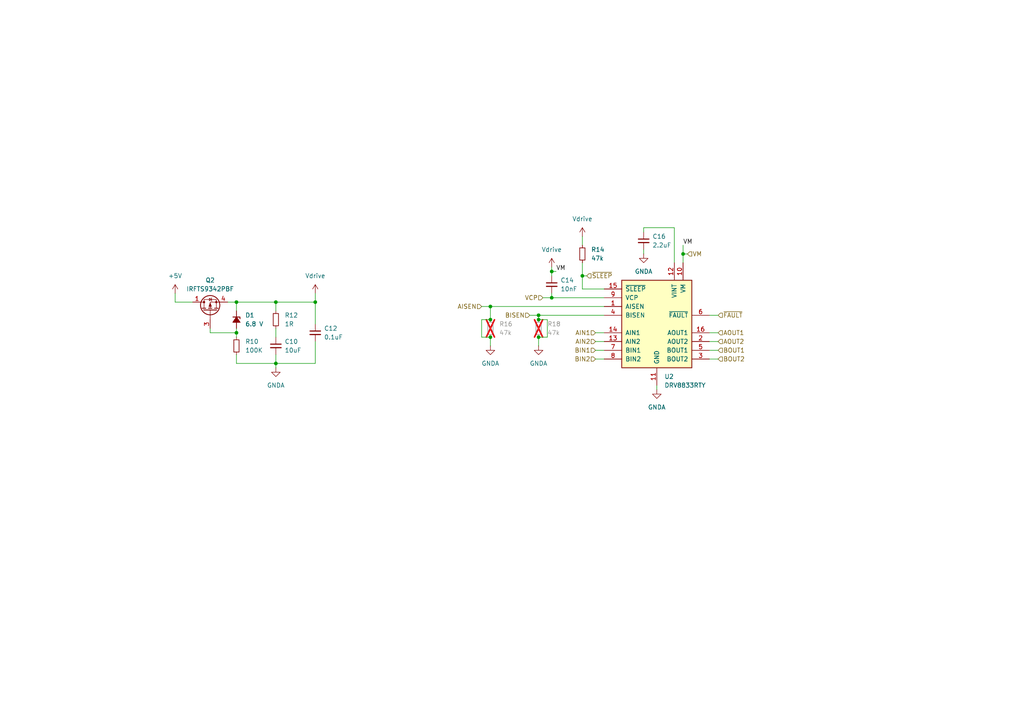
<source format=kicad_sch>
(kicad_sch (version 20231120) (generator "eeschema") (generator_version "8.0")
  (paper "A4")
  (lib_symbols
    (symbol "Device:C_Small" (pin_numbers hide) (pin_names (offset 0.254) hide)
      (property "Reference" "C" (at 0.254 1.778 0))
      (property "Value" "C_Small" (at 0.254 -2.032 0))
      (symbol "C_Small_0_1"
        (polyline (pts (xy -1.524 -0.508) (xy 1.524 -0.508)) (stroke (width 0.3302)))
        (polyline (pts (xy -1.524 0.508) (xy 1.524 0.508)) (stroke (width 0.3048)))
      )
      (symbol "C_Small_1_1"
        (pin passive line (at 0 2.54 270) (length 2.032) (name "~") (number "1"))
        (pin passive line (at 0 -2.54 90) (length 2.032) (name "~") (number "2"))
      )
    )
    (symbol "Device:D_Zener_Small_Filled" (pin_numbers hide) (pin_names (offset 0.254) hide)
      (property "Reference" "D" (at 0 2.286 0))
      (property "Value" "D_Zener_Small_Filled" (at 0 -2.286 0))
      (symbol "D_Zener_Small_Filled_0_1"
        (polyline (pts (xy 0.762 0) (xy -0.762 0)))
        (polyline (pts (xy -0.254 1.016) (xy -0.762 1.016) (xy -0.762 -1.016)) (stroke (width 0.254)))
        (polyline (pts (xy 0.762 1.016) (xy -0.762 0) (xy 0.762 -1.016) (xy 0.762 1.016)) (stroke (width 0.254)) (fill (type outline)))
      )
      (symbol "D_Zener_Small_Filled_1_1"
        (pin passive line (at -2.54 0 0) (length 1.778) (name "K") (number "1"))
        (pin passive line (at 2.54 0 180) (length 1.778) (name "A") (number "2"))
      )
    )
    (symbol "Device:R_Small" (pin_numbers hide) (pin_names (offset 0.254) hide)
      (property "Reference" "R" (at 0.762 0.508 0))
      (property "Value" "R_Small" (at 0.762 -1.016 0))
      (symbol "R_Small_0_1"
        (rectangle (start -0.762 1.778) (end 0.762 -1.778) (stroke (width 0.2032)))
      )
      (symbol "R_Small_1_1"
        (pin passive line (at 0 2.54 270) (length 0.762) (name "~") (number "1"))
        (pin passive line (at 0 -2.54 90) (length 0.762) (name "~") (number "2"))
      )
    )
    (symbol "Driver_Motor:DRV8833RTY" (pin_names (offset 1.016))
      (property "Reference" "U" (at -3.81 16.51 0))
      (property "Value" "DRV8833RTY" (at -3.81 13.97 0))
      (symbol "DRV8833RTY_0_1"
        (rectangle (start -10.16 12.7) (end 10.16 -12.7) (stroke (width 0.254)) (fill (type background)))
      )
      (symbol "DRV8833RTY_1_1"
        (pin bidirectional line (at -15.24 5.08 0) (length 5.08) (name "AISEN") (number "1"))
        (pin power_in line (at 7.62 17.78 270) (length 5.08) (name "VM") (number "10"))
        (pin power_in line (at 0 -17.78 90) (length 5.08) (name "GND") (number "11"))
        (pin power_in line (at 5.08 17.78 270) (length 5.08) (name "VINT") (number "12"))
        (pin input line (at -15.24 -5.08 0) (length 5.08) (name "AIN2") (number "13"))
        (pin input line (at -15.24 -2.54 0) (length 5.08) (name "AIN1") (number "14"))
        (pin input line (at -15.24 10.16 0) (length 5.08) (name "~{SLEEP}") (number "15"))
        (pin power_out line (at 15.24 -2.54 180) (length 5.08) (name "AOUT1") (number "16"))
        (pin passive line (at 0 -17.78 90) (length 5.08) hide (name "GND") (number "17"))
        (pin power_out line (at 15.24 -5.08 180) (length 5.08) (name "AOUT2") (number "2"))
        (pin power_out line (at 15.24 -10.16 180) (length 5.08) (name "BOUT2") (number "3"))
        (pin bidirectional line (at -15.24 2.54 0) (length 5.08) (name "BISEN") (number "4"))
        (pin power_out line (at 15.24 -7.62 180) (length 5.08) (name "BOUT1") (number "5"))
        (pin open_collector line (at 15.24 2.54 180) (length 5.08) (name "~{FAULT}") (number "6"))
        (pin input line (at -15.24 -7.62 0) (length 5.08) (name "BIN1") (number "7"))
        (pin input line (at -15.24 -10.16 0) (length 5.08) (name "BIN2") (number "8"))
        (pin bidirectional line (at -15.24 7.62 0) (length 5.08) (name "VCP") (number "9"))
      )
    )
    (symbol "Transistor_FET:IRFTS9342PBF" (pin_names hide)
      (property "Reference" "Q" (at 5.08 1.905 0))
      (property "Value" "IRFTS9342PBF" (at 5.08 0 0))
      (symbol "IRFTS9342PBF_0_1"
        (polyline (pts (xy 0.254 0) (xy -2.54 0)))
        (polyline (pts (xy 0.254 1.905) (xy 0.254 -1.905)) (stroke (width 0.254)))
        (polyline (pts (xy 0.762 -1.27) (xy 0.762 -2.286)) (stroke (width 0.254)))
        (polyline (pts (xy 0.762 0.508) (xy 0.762 -0.508)) (stroke (width 0.254)))
        (polyline (pts (xy 0.762 2.286) (xy 0.762 1.27)) (stroke (width 0.254)))
        (polyline (pts (xy 2.54 2.54) (xy 2.54 1.778)))
        (polyline (pts (xy 2.54 -2.54) (xy 2.54 0) (xy 0.762 0)))
        (polyline (pts (xy 0.762 1.778) (xy 3.302 1.778) (xy 3.302 -1.778) (xy 0.762 -1.778)))
        (polyline (pts (xy 2.286 0) (xy 1.27 0.381) (xy 1.27 -0.381) (xy 2.286 0)) (fill (type outline)))
        (polyline (pts (xy 2.794 -0.508) (xy 2.921 -0.381) (xy 3.683 -0.381) (xy 3.81 -0.254)))
        (polyline (pts (xy 3.302 -0.381) (xy 2.921 0.254) (xy 3.683 0.254) (xy 3.302 -0.381)))
        (circle (center 1.651 0) (radius 2.794) (stroke (width 0.254)))
        (circle (center 2.54 -1.778) (radius 0.254) (fill (type outline)))
        (circle (center 2.54 1.778) (radius 0.254) (fill (type outline)))
      )
      (symbol "IRFTS9342PBF_1_1"
        (pin passive line (at 2.54 5.08 270) (length 2.54) (name "D") (number "1"))
        (pin passive line (at 2.54 5.08 270) (length 2.54) hide (name "D") (number "2"))
        (pin input line (at -5.08 0 0) (length 2.54) (name "G") (number "3"))
        (pin passive line (at 2.54 -5.08 90) (length 2.54) (name "S") (number "4"))
        (pin passive line (at 2.54 5.08 270) (length 2.54) hide (name "D") (number "5"))
        (pin passive line (at 2.54 5.08 270) (length 2.54) hide (name "D") (number "6"))
      )
    )
    (symbol "power:+5V" (power) (pin_numbers hide) (pin_names (offset 0) hide)
      (property "Value" "+5V" (at 0 3.556 0))
      (symbol "+5V_0_1"
        (polyline (pts (xy -0.762 1.27) (xy 0 2.54)))
        (polyline (pts (xy 0 0) (xy 0 2.54)))
        (polyline (pts (xy 0 2.54) (xy 0.762 1.27)))
      )
      (symbol "+5V_1_1"
        (pin power_in line (at 0 0 90) (length 0) (name "~") (number "1"))
      )
    )
    (symbol "power:GNDA" (power) (pin_numbers hide) (pin_names (offset 0) hide)
      (property "Value" "GNDA" (at 0 -3.81 0))
      (symbol "GNDA_0_1"
        (polyline (pts (xy 0 0) (xy 0 -1.27) (xy 1.27 -1.27) (xy 0 -2.54) (xy -1.27 -1.27) (xy 0 -1.27)))
      )
      (symbol "GNDA_1_1"
        (pin power_in line (at 0 0 270) (length 0) (name "~") (number "1"))
      )
    )
    (symbol "power:Vdrive" (power) (pin_numbers hide) (pin_names (offset 0) hide)
      (property "Value" "Vdrive" (at 0 3.556 0))
      (symbol "Vdrive_0_1"
        (polyline (pts (xy -0.762 1.27) (xy 0 2.54)))
        (polyline (pts (xy 0 0) (xy 0 2.54)))
        (polyline (pts (xy 0 2.54) (xy 0.762 1.27)))
      )
      (symbol "Vdrive_1_1"
        (pin power_in line (at 0 0 90) (length 0) (name "~") (number "1"))
      )
    )
  )
  (junction (at 142.24 88.9))
  (junction (at 68.58 87.63))
  (junction (at 160.02 86.36))
  (junction (at 160.02 78.74))
  (junction (at 142.24 97.79))
  (junction (at 156.21 97.79))
  (junction (at 156.21 91.44))
  (junction (at 68.58 96.52))
  (junction (at 198.12 73.66))
  (junction (at 168.91 80.01))
  (junction (at 142.24 92.71))
  (junction (at 156.21 92.71))
  (junction (at 80.01 87.63))
  (junction (at 91.44 87.63))
  (junction (at 80.01 105.41))
  (wire (pts (xy 142.24 88.9) (xy 142.24 92.71)))
  (wire (pts (xy 68.58 96.52) (xy 68.58 97.79)))
  (wire (pts (xy 157.48 86.36) (xy 160.02 86.36)))
  (wire (pts (xy 153.67 91.44) (xy 156.21 91.44)))
  (wire (pts (xy 190.5 111.76) (xy 190.5 113.03)))
  (wire (pts (xy 80.01 90.17) (xy 80.01 87.63)))
  (wire (pts (xy 172.72 99.06) (xy 175.26 99.06)))
  (wire (pts (xy 91.44 93.98) (xy 91.44 87.63)))
  (wire (pts (xy 142.24 97.79) (xy 142.24 100.33)))
  (wire (pts (xy 158.75 92.71) (xy 158.75 97.79)))
  (wire (pts (xy 195.58 66.04) (xy 186.69 66.04)))
  (wire (pts (xy 172.72 101.6) (xy 175.26 101.6)))
  (wire (pts (xy 168.91 76.2) (xy 168.91 80.01)))
  (wire (pts (xy 80.01 105.41) (xy 80.01 106.68)))
  (wire (pts (xy 50.8 87.63) (xy 55.88 87.63)))
  (wire (pts (xy 205.74 91.44) (xy 208.28 91.44)))
  (wire (pts (xy 68.58 105.41) (xy 80.01 105.41)))
  (wire (pts (xy 198.12 73.66) (xy 198.12 76.2)))
  (wire (pts (xy 205.74 99.06) (xy 208.28 99.06)))
  (wire (pts (xy 139.7 97.79) (xy 142.24 97.79)))
  (wire (pts (xy 91.44 99.06) (xy 91.44 105.41)))
  (wire (pts (xy 195.58 76.2) (xy 195.58 66.04)))
  (wire (pts (xy 198.12 73.66) (xy 199.39 73.66)))
  (wire (pts (xy 168.91 80.01) (xy 168.91 83.82)))
  (wire (pts (xy 80.01 87.63) (xy 68.58 87.63)))
  (wire (pts (xy 139.7 92.71) (xy 139.7 97.79)))
  (wire (pts (xy 198.12 71.12) (xy 198.12 73.66)))
  (wire (pts (xy 80.01 95.25) (xy 80.01 97.79)))
  (wire (pts (xy 80.01 105.41) (xy 91.44 105.41)))
  (wire (pts (xy 175.26 86.36) (xy 160.02 86.36)))
  (wire (pts (xy 156.21 92.71) (xy 158.75 92.71)))
  (wire (pts (xy 160.02 86.36) (xy 160.02 85.09)))
  (wire (pts (xy 175.26 91.44) (xy 156.21 91.44)))
  (wire (pts (xy 168.91 80.01) (xy 170.18 80.01)))
  (wire (pts (xy 142.24 88.9) (xy 175.26 88.9)))
  (wire (pts (xy 158.75 97.79) (xy 156.21 97.79)))
  (wire (pts (xy 80.01 102.87) (xy 80.01 105.41)))
  (wire (pts (xy 160.02 78.74) (xy 161.29 78.74)))
  (wire (pts (xy 68.58 87.63) (xy 66.04 87.63)))
  (wire (pts (xy 60.96 96.52) (xy 60.96 95.25)))
  (wire (pts (xy 156.21 91.44) (xy 156.21 92.71)))
  (wire (pts (xy 186.69 66.04) (xy 186.69 67.31)))
  (wire (pts (xy 156.21 97.79) (xy 156.21 100.33)))
  (wire (pts (xy 160.02 77.47) (xy 160.02 78.74)))
  (wire (pts (xy 68.58 95.25) (xy 68.58 96.52)))
  (wire (pts (xy 186.69 72.39) (xy 186.69 73.66)))
  (wire (pts (xy 175.26 83.82) (xy 168.91 83.82)))
  (wire (pts (xy 172.72 96.52) (xy 175.26 96.52)))
  (wire (pts (xy 205.74 96.52) (xy 208.28 96.52)))
  (wire (pts (xy 205.74 104.14) (xy 208.28 104.14)))
  (wire (pts (xy 91.44 85.09) (xy 91.44 87.63)))
  (wire (pts (xy 168.91 68.58) (xy 168.91 71.12)))
  (wire (pts (xy 205.74 101.6) (xy 208.28 101.6)))
  (wire (pts (xy 68.58 102.87) (xy 68.58 105.41)))
  (wire (pts (xy 139.7 88.9) (xy 142.24 88.9)))
  (wire (pts (xy 68.58 96.52) (xy 60.96 96.52)))
  (wire (pts (xy 172.72 104.14) (xy 175.26 104.14)))
  (wire (pts (xy 50.8 85.09) (xy 50.8 87.63)))
  (wire (pts (xy 160.02 78.74) (xy 160.02 80.01)))
  (wire (pts (xy 91.44 87.63) (xy 80.01 87.63)))
  (wire (pts (xy 68.58 90.17) (xy 68.58 87.63)))
  (wire (pts (xy 142.24 92.71) (xy 139.7 92.71)))
  (label "VM" (at 198.12 71.12 0))
  (label "VM" (at 161.29 78.74 0))
  (hierarchical_label "AOUT1" (shape input) (at 208.28 96.52 0))
  (hierarchical_label "AIN1" (shape input) (at 172.72 96.52 180))
  (hierarchical_label "AOUT2" (shape input) (at 208.28 99.06 0))
  (hierarchical_label "~{SLEEP}" (shape input) (at 170.18 80.01 0))
  (hierarchical_label "BISEN" (shape input) (at 153.67 91.44 180))
  (hierarchical_label "AIN2" (shape input) (at 172.72 99.06 180))
  (hierarchical_label "VCP" (shape input) (at 157.48 86.36 180))
  (hierarchical_label "BOUT1" (shape input) (at 208.28 101.6 0))
  (hierarchical_label "VM" (shape input) (at 199.39 73.66 0))
  (hierarchical_label "BIN2" (shape input) (at 172.72 104.14 180))
  (hierarchical_label "BIN1" (shape input) (at 172.72 101.6 180))
  (hierarchical_label "BOUT2" (shape input) (at 208.28 104.14 0))
  (hierarchical_label "AISEN" (shape input) (at 139.7 88.9 180))
  (hierarchical_label "~{FAULT}" (shape input) (at 208.28 91.44 0))
  (symbol (lib_id "Transistor_FET:IRFTS9342PBF") (at 60.96 90.17 90) (unit 1)
    (property "Reference" "Q2" (at 60.96 81.28 90))
    (property "Value" "IRFTS9342PBF" (at 60.96 83.82 90))
    (property "Footprint" "Package_SO:TSOP-6_1.65x3.05mm_P0.95mm" (effects (hide yes)))
    (property "Datasheet" "https://www.infineon.com/dgdl/irfts9342pbf.pdf?fileId=5546d462533600a40153563aeabc21f3" (effects (hide yes)))
    (property "Description" "-5.8A Id, -30V Vds, 40mOhm Rds, P-Channel HEXFET Power MOSFET, TSOP-6" (effects (hide yes)))
    (instances (project "LPG_Control_Board" (path "" (reference "Q2") (unit 1)) (path "" (reference "Q1") (unit 1))))
  )
  (symbol (lib_id "Device:R_Small") (at 80.01 92.71 0) (unit 1)
    (property "Reference" "R12" (at 82.55 91.4399 0) (effects (justify left)))
    (property "Value" "1R" (at 82.55 93.9799 0) (effects (justify left)))
    (property "Description" "Resistor, small symbol" (effects (hide yes)))
    (instances (project "LPG_Control_Board" (path "" (reference "R12") (unit 1)) (path "" (reference "R13") (unit 1))))
  )
  (symbol (lib_id "power:Vdrive") (at 168.91 68.58 0) (unit 1)
    (property "Reference" "#PWR037" (effects (hide yes)))
    (property "Value" "Vdrive" (at 168.91 63.5 0))
    (property "Description" "Power symbol creates a global label with name \"Vdrive\"" (effects (hide yes)))
    (instances (project "LPG_Control_Board" (path "" (reference "#PWR037") (unit 1)) (path "" (reference "#PWR038") (unit 1))))
  )
  (symbol (lib_id "power:GNDA") (at 156.21 100.33 0) (unit 1)
    (property "Reference" "#PWR043" (effects (hide yes)))
    (property "Value" "GNDA" (at 156.21 105.41 0))
    (property "Description" "Power symbol creates a global label with name \"GNDA\" , analog ground" (effects (hide yes)))
    (instances (project "LPG_Control_Board" (path "" (reference "#PWR043") (unit 1)) (path "" (reference "#PWR044") (unit 1))))
  )
  (symbol (lib_id "Device:R_Small") (at 142.24 95.25 0) (unit 1) (dnp yes)
    (property "Reference" "R16" (at 144.78 93.9799 0) (effects (justify left)))
    (property "Value" "47k" (at 144.78 96.5199 0) (effects (justify left)))
    (property "Description" "Resistor, small symbol" (effects (hide yes)))
    (instances (project "LPG_Control_Board" (path "" (reference "R16") (unit 1)) (path "" (reference "R17") (unit 1))))
  )
  (symbol (lib_id "power:GNDA") (at 190.5 113.03 0) (unit 1)
    (property "Reference" "#PWR016" (effects (hide yes)))
    (property "Value" "GNDA" (at 190.5 118.11 0))
    (property "Description" "Power symbol creates a global label with name \"GNDA\" , analog ground" (effects (hide yes)))
    (instances (project "LPG_Control_Board" (path "" (reference "#PWR016") (unit 1)) (path "" (reference "#PWR032") (unit 1))))
  )
  (symbol (lib_id "power:+5V") (at 50.8 85.09 0) (unit 1)
    (property "Reference" "#PWR015" (effects (hide yes)))
    (property "Value" "+5V" (at 50.8 80.01 0))
    (property "Description" "Power symbol creates a global label with name \"+5V\"" (effects (hide yes)))
    (instances (project "LPG_Control_Board" (path "" (reference "#PWR015") (unit 1)) (path "" (reference "#PWR031") (unit 1))))
  )
  (symbol (lib_id "Device:D_Zener_Small_Filled") (at 68.58 92.71 270) (unit 1)
    (property "Reference" "D1" (at 71.12 91.4399 90) (effects (justify left)))
    (property "Value" "6.8 V" (at 71.12 93.9799 90) (effects (justify left)))
    (property "Description" "Zener diode, small symbol, filled shape" (effects (hide yes)))
    (instances (project "LPG_Control_Board" (path "" (reference "D1") (unit 1)) (path "" (reference "D4") (unit 1))))
  )
  (symbol (lib_id "Device:C_Small") (at 91.44 96.52 0) (unit 1)
    (property "Reference" "C12" (at 93.98 95.2562 0) (effects (justify left)))
    (property "Value" "0.1uF" (at 93.98 97.7962 0) (effects (justify left)))
    (property "Description" "Unpolarized capacitor, small symbol" (effects (hide yes)))
    (instances (project "LPG_Control_Board" (path "" (reference "C12") (unit 1)) (path "" (reference "C13") (unit 1))))
  )
  (symbol (lib_id "Device:R_Small") (at 68.58 100.33 0) (unit 1)
    (property "Reference" "R10" (at 71.12 99.0599 0) (effects (justify left)))
    (property "Value" "100K" (at 71.12 101.5999 0) (effects (justify left)))
    (property "Description" "Resistor, small symbol" (effects (hide yes)))
    (instances (project "LPG_Control_Board" (path "" (reference "R10") (unit 1)) (path "" (reference "R11") (unit 1))))
  )
  (symbol (lib_id "power:GNDA") (at 142.24 100.33 0) (unit 1)
    (property "Reference" "#PWR045" (effects (hide yes)))
    (property "Value" "GNDA" (at 142.24 105.41 0))
    (property "Description" "Power symbol creates a global label with name \"GNDA\" , analog ground" (effects (hide yes)))
    (instances (project "LPG_Control_Board" (path "" (reference "#PWR045") (unit 1)) (path "" (reference "#PWR046") (unit 1))))
  )
  (symbol (lib_id "Device:R_Small") (at 168.91 73.66 0) (unit 1)
    (property "Reference" "R14" (at 171.45 72.3899 0) (effects (justify left)))
    (property "Value" "47k" (at 171.45 74.9299 0) (effects (justify left)))
    (property "Description" "Resistor, small symbol" (effects (hide yes)))
    (instances (project "LPG_Control_Board" (path "" (reference "R14") (unit 1)) (path "" (reference "R15") (unit 1))))
  )
  (symbol (lib_id "power:GNDA") (at 186.69 73.66 0) (unit 1)
    (property "Reference" "#PWR041" (effects (hide yes)))
    (property "Value" "GNDA" (at 186.69 78.74 0))
    (property "Description" "Power symbol creates a global label with name \"GNDA\" , analog ground" (effects (hide yes)))
    (instances (project "LPG_Control_Board" (path "" (reference "#PWR041") (unit 1)) (path "" (reference "#PWR042") (unit 1))))
  )
  (symbol (lib_id "power:Vdrive") (at 91.44 85.09 0) (unit 1)
    (property "Reference" "#PWR035" (effects (hide yes)))
    (property "Value" "Vdrive" (at 91.44 80.01 0))
    (property "Description" "Power symbol creates a global label with name \"Vdrive\"" (effects (hide yes)))
    (instances (project "LPG_Control_Board" (path "" (reference "#PWR035") (unit 1)) (path "" (reference "#PWR036") (unit 1))))
  )
  (symbol (lib_id "power:GNDA") (at 80.01 106.68 0) (unit 1)
    (property "Reference" "#PWR033" (effects (hide yes)))
    (property "Value" "GNDA" (at 80.01 111.76 0))
    (property "Description" "Power symbol creates a global label with name \"GNDA\" , analog ground" (effects (hide yes)))
    (instances (project "LPG_Control_Board" (path "" (reference "#PWR033") (unit 1)) (path "" (reference "#PWR034") (unit 1))))
  )
  (symbol (lib_id "Device:C_Small") (at 186.69 69.85 0) (unit 1)
    (property "Reference" "C16" (at 189.23 68.5862 0) (effects (justify left)))
    (property "Value" "2.2uF" (at 189.23 71.1262 0) (effects (justify left)))
    (property "Description" "Unpolarized capacitor, small symbol" (effects (hide yes)))
    (instances (project "LPG_Control_Board" (path "" (reference "C16") (unit 1)) (path "" (reference "C17") (unit 1))))
  )
  (symbol (lib_id "Device:C_Small") (at 80.01 100.33 0) (unit 1)
    (property "Reference" "C10" (at 82.55 99.0662 0) (effects (justify left)))
    (property "Value" "10uF" (at 82.55 101.6062 0) (effects (justify left)))
    (property "Description" "Unpolarized capacitor, small symbol" (effects (hide yes)))
    (instances (project "LPG_Control_Board" (path "" (reference "C10") (unit 1)) (path "" (reference "C11") (unit 1))))
  )
  (symbol (lib_id "Device:R_Small") (at 156.21 95.25 0) (unit 1) (dnp yes)
    (property "Reference" "R18" (at 158.75 93.9799 0) (effects (justify left)))
    (property "Value" "47k" (at 158.75 96.5199 0) (effects (justify left)))
    (property "Description" "Resistor, small symbol" (effects (hide yes)))
    (instances (project "LPG_Control_Board" (path "" (reference "R18") (unit 1)) (path "" (reference "R19") (unit 1))))
  )
  (symbol (lib_id "Device:C_Small") (at 160.02 82.55 0) (unit 1)
    (property "Reference" "C14" (at 162.56 81.2862 0) (effects (justify left)))
    (property "Value" "10nF" (at 162.56 83.8262 0) (effects (justify left)))
    (property "Description" "Unpolarized capacitor, small symbol" (effects (hide yes)))
    (instances (project "LPG_Control_Board" (path "" (reference "C14") (unit 1)) (path "" (reference "C15") (unit 1))))
  )
  (symbol (lib_id "Driver_Motor:DRV8833RTY") (at 190.5 93.98 0) (unit 1)
    (property "Reference" "U2" (at 192.6941 109.22 0) (effects (justify left)))
    (property "Value" "DRV8833RTY" (at 192.6941 111.76 0) (effects (justify left)))
    (property "Footprint" "Package_DFN_QFN:Texas_RTY_WQFN-16-1EP_4x4mm_P0.65mm_EP2.1x2.1mm_ThermalVias" (effects (hide yes)))
    (property "Datasheet" "http://www.ti.com/lit/ds/symlink/drv8833.pdf" (effects (hide yes)))
    (property "Description" "Dual H-Bridge Motor Driver, WQFN-16" (effects (hide yes)))
    (instances (project "LPG_Control_Board" (path "" (reference "U2") (unit 1)) (path "" (reference "U6") (unit 1))))
  )
  (symbol (lib_id "power:Vdrive") (at 160.02 77.47 0) (unit 1)
    (property "Reference" "#PWR039" (effects (hide yes)))
    (property "Value" "Vdrive" (at 160.02 72.39 0))
    (property "Description" "Power symbol creates a global label with name \"Vdrive\"" (effects (hide yes)))
    (instances (project "LPG_Control_Board" (path "" (reference "#PWR039") (unit 1)) (path "" (reference "#PWR040") (unit 1))))
  )
)
</source>
